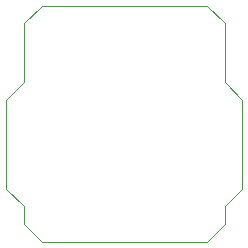
<source format=gbr>
%TF.GenerationSoftware,KiCad,Pcbnew,5.99.0+really5.1.10+dfsg1-1*%
%TF.CreationDate,2021-11-14T15:35:52+01:00*%
%TF.ProjectId,GBPOCKET_DCDC,4742504f-434b-4455-945f-444344432e6b,Rev1*%
%TF.SameCoordinates,PX7102aa0PY5f5e100*%
%TF.FileFunction,Profile,NP*%
%FSLAX46Y46*%
G04 Gerber Fmt 4.6, Leading zero omitted, Abs format (unit mm)*
G04 Created by KiCad (PCBNEW 5.99.0+really5.1.10+dfsg1-1) date 2021-11-14 15:35:52*
%MOMM*%
%LPD*%
G01*
G04 APERTURE LIST*
%TA.AperFunction,Profile*%
%ADD10C,0.050000*%
%TD*%
G04 APERTURE END LIST*
D10*
X18500000Y3000000D02*
X18500000Y1500000D01*
X18500000Y3000000D02*
X20000000Y4500000D01*
X20000000Y4500000D02*
X20000000Y12000000D01*
X20000000Y12000000D02*
X18500000Y13500000D01*
X1500000Y3000000D02*
X1500000Y1500000D01*
X0Y12000000D02*
X1500000Y13500000D01*
X0Y4500000D02*
X0Y12000000D01*
X1500000Y3000000D02*
X0Y4500000D01*
X3000000Y20000000D02*
X1500000Y18500000D01*
X17000000Y20000000D02*
X18500000Y18500000D01*
X17000000Y0D02*
X18500000Y1500000D01*
X3000000Y0D02*
X1500000Y1500000D01*
X1500000Y13500000D02*
X1500000Y18500000D01*
X17000000Y0D02*
X3000000Y0D01*
X18500000Y18500000D02*
X18500000Y13500000D01*
X3000000Y20000000D02*
X17000000Y20000000D01*
M02*

</source>
